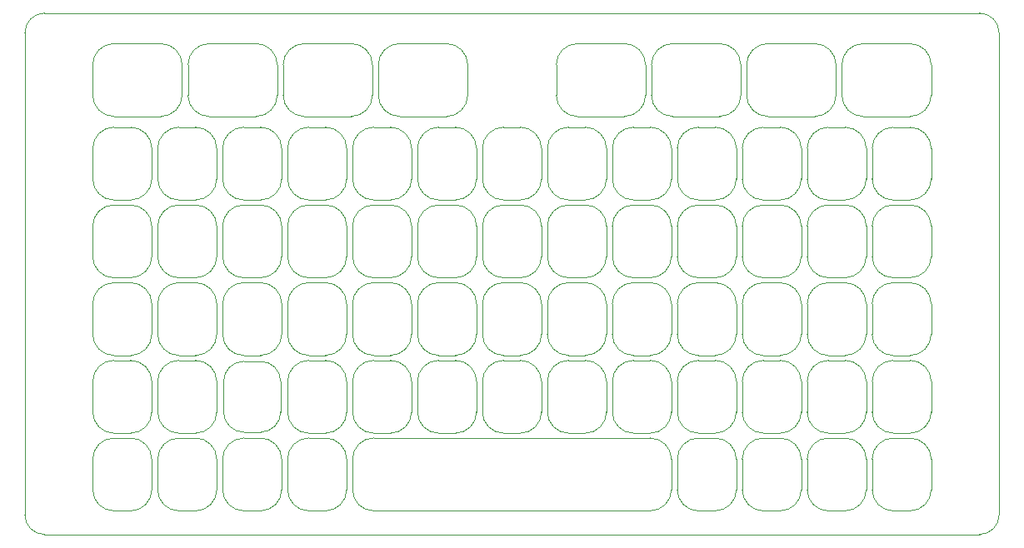
<source format=gtp>
G04*
G04 #@! TF.GenerationSoftware,Altium Limited,Altium Designer,24.2.2 (26)*
G04*
G04 Layer_Color=8421504*
%FSLAX25Y25*%
%MOIN*%
G70*
G04*
G04 #@! TF.SameCoordinates,661FBD00-BEF8-4439-B900-685B4A6DAB74*
G04*
G04*
G04 #@! TF.FilePolarity,Positive*
G04*
G01*
G75*
%ADD10C,0.00394*%
D10*
X40138Y-116732D02*
G03*
X48602Y-125197I8465J-0D01*
G01*
X40138Y-147835D02*
G03*
X48602Y-156299I8465J-0D01*
G01*
X66122Y-116732D02*
G03*
X74587Y-125197I8465J-0D01*
G01*
X55295D02*
G03*
X63760Y-116732I-0J8465D01*
G01*
X48602Y-127165D02*
G03*
X40138Y-135630I0J-8465D01*
G01*
X66122Y-147835D02*
G03*
X74587Y-156299I8465J-0D01*
G01*
Y-127165D02*
G03*
X66122Y-135630I0J-8465D01*
G01*
X63760D02*
G03*
X55295Y-127165I-8465J0D01*
G01*
Y-156299D02*
G03*
X63760Y-147835I-0J8465D01*
G01*
X48602Y-96063D02*
G03*
X40138Y-104528I0J-8465D01*
G01*
Y-85630D02*
G03*
X48602Y-94095I8465J0D01*
G01*
X55295D02*
G03*
X63760Y-85630I0J8465D01*
G01*
X74587Y-96063D02*
G03*
X66122Y-104528I0J-8465D01*
G01*
X63760D02*
G03*
X55295Y-96063I-8465J0D01*
G01*
X66122Y-85630D02*
G03*
X74587Y-94095I8465J0D01*
G01*
X89744Y-135630D02*
G03*
X81279Y-127165I-8465J0D01*
G01*
X81279Y-94095D02*
G03*
X89744Y-85630I0J8465D01*
G01*
X81279Y-125197D02*
G03*
X89744Y-116732I-0J8465D01*
G01*
X81279Y-156299D02*
G03*
X89744Y-147835I-0J8465D01*
G01*
Y-104528D02*
G03*
X81279Y-96063I-8465J0D01*
G01*
X89744Y-42323D02*
G03*
X81279Y-33858I-8465J0D01*
G01*
X63760Y-42323D02*
G03*
X55295Y-33858I-8465J0D01*
G01*
X48602D02*
G03*
X40138Y-42323I0J-8465D01*
G01*
X37776Y-42323D02*
G03*
X29311Y-33858I-8465J0D01*
G01*
X74587D02*
G03*
X66122Y-42323I0J-8465D01*
G01*
X37776Y-73425D02*
G03*
X29311Y-64961I-8465J-0D01*
G01*
X89744Y-73425D02*
G03*
X81279Y-64961I-8465J0D01*
G01*
X40138Y-54528D02*
G03*
X48602Y-62992I8465J0D01*
G01*
X55295D02*
G03*
X63760Y-54528I0J8465D01*
G01*
X48602Y-64961D02*
G03*
X40138Y-73425I0J-8465D01*
G01*
X29311Y-62992D02*
G03*
X37776Y-54528I0J8465D01*
G01*
X63760Y-73425D02*
G03*
X55295Y-64961I-8465J0D01*
G01*
X74587D02*
G03*
X66122Y-73425I0J-8465D01*
G01*
Y-54528D02*
G03*
X74587Y-62992I8465J0D01*
G01*
X81279D02*
G03*
X89744Y-54528I0J8465D01*
G01*
X29311Y-125197D02*
G03*
X37776Y-116732I0J8465D01*
G01*
Y-104528D02*
G03*
X29311Y-96063I-8465J0D01*
G01*
Y-156299D02*
G03*
X37776Y-147835I0J8465D01*
G01*
X29311Y-94095D02*
G03*
X37776Y-85630I0J8465D01*
G01*
Y-135630D02*
G03*
X29311Y-127165I-8465J0D01*
G01*
X14153Y-147835D02*
G03*
X22618Y-156299I8465J0D01*
G01*
Y-127165D02*
G03*
X14153Y-135630I0J-8465D01*
G01*
X22618Y-96063D02*
G03*
X14153Y-104528I0J-8465D01*
G01*
Y-85630D02*
G03*
X22618Y-94095I8465J0D01*
G01*
X14153Y-116732D02*
G03*
X22618Y-125197I8465J0D01*
G01*
Y-33858D02*
G03*
X14153Y-42323I0J-8465D01*
G01*
Y-54528D02*
G03*
X22618Y-62992I8465J0D01*
G01*
Y-64961D02*
G03*
X14153Y-73425I-0J-8465D01*
G01*
X-37815Y-85630D02*
G03*
X-29350Y-94095I8465J0D01*
G01*
Y-96063D02*
G03*
X-37815Y-104528I0J-8465D01*
G01*
Y-116732D02*
G03*
X-29350Y-125197I8465J0D01*
G01*
X-159272Y-64961D02*
G03*
X-167736Y-73425I-0J-8465D01*
G01*
Y-54528D02*
G03*
X-159272Y-62992I8465J0D01*
G01*
X-167736Y-85630D02*
G03*
X-159272Y-94095I8465J0D01*
G01*
X-152579Y-94095D02*
G03*
X-144114Y-85630I0J8465D01*
G01*
X-89784Y-116732D02*
G03*
X-81319Y-125197I8465J-0D01*
G01*
X-89784Y-85630D02*
G03*
X-81319Y-94095I8465J0D01*
G01*
X-81319Y-96063D02*
G03*
X-89784Y-104528I0J-8465D01*
G01*
X-92146D02*
G03*
X-100610Y-96063I-8465J0D01*
G01*
Y-125197D02*
G03*
X-92146Y-116732I0J8465D01*
G01*
X-100610Y-94095D02*
G03*
X-92146Y-85630I0J8465D01*
G01*
X-11831Y-54528D02*
G03*
X-3366Y-62992I8465J0D01*
G01*
Y-64961D02*
G03*
X-11831Y-73425I-0J-8465D01*
G01*
X-3366Y-96063D02*
G03*
X-11831Y-104528I0J-8465D01*
G01*
Y-116732D02*
G03*
X-3366Y-125197I8465J0D01*
G01*
X-11831Y-85630D02*
G03*
X-3366Y-94095I8465J0D01*
G01*
X-22658Y-125197D02*
G03*
X-14193Y-116732I0J8465D01*
G01*
X-22658Y-94095D02*
G03*
X-14193Y-85630I0J8465D01*
G01*
Y-104528D02*
G03*
X-22658Y-96063I-8465J0D01*
G01*
X-144114Y-104528D02*
G03*
X-152579Y-96063I-8465J0D01*
G01*
X-167736Y-116732D02*
G03*
X-159272Y-125197I8465J0D01*
G01*
Y-96063D02*
G03*
X-167736Y-104528I0J-8465D01*
G01*
X-152579Y-125197D02*
G03*
X-144114Y-116732I0J8465D01*
G01*
X-100610Y-62992D02*
G03*
X-92146Y-54528I0J8465D01*
G01*
X-81319Y-64961D02*
G03*
X-89784Y-73425I0J-8465D01*
G01*
X-92146Y-73425D02*
G03*
X-100610Y-64961I-8465J-0D01*
G01*
X-89784Y-54528D02*
G03*
X-81319Y-62992I8465J0D01*
G01*
X-141752Y-116732D02*
G03*
X-133287Y-125197I8465J0D01*
G01*
X-115768Y-85630D02*
G03*
X-107303Y-94095I8465J0D01*
G01*
X-126594D02*
G03*
X-118130Y-85630I0J8465D01*
G01*
X-141752Y-85630D02*
G03*
X-133287Y-94095I8465J0D01*
G01*
X-107303Y-96063D02*
G03*
X-115768Y-104528I0J-8465D01*
G01*
X-133287Y-96063D02*
G03*
X-141752Y-104528I0J-8465D01*
G01*
X-126594Y-125197D02*
G03*
X-118130Y-116732I0J8465D01*
G01*
Y-104528D02*
G03*
X-126594Y-96063I-8465J0D01*
G01*
X-115768Y-116732D02*
G03*
X-107303Y-125197I8465J0D01*
G01*
X-126594Y-62992D02*
G03*
X-118130Y-54528I0J8465D01*
G01*
Y-73425D02*
G03*
X-126594Y-64961I-8465J-0D01*
G01*
X-133287D02*
G03*
X-141752Y-73425I-0J-8465D01*
G01*
X-144114D02*
G03*
X-152579Y-64961I-8465J-0D01*
G01*
Y-62992D02*
G03*
X-144114Y-54528I0J8465D01*
G01*
X-107303Y-64961D02*
G03*
X-115768Y-73425I-0J-8465D01*
G01*
X-141752Y-54528D02*
G03*
X-133287Y-62992I8465J0D01*
G01*
X-115768Y-54528D02*
G03*
X-107303Y-62992I8465J0D01*
G01*
X-48642Y-62992D02*
G03*
X-40177Y-54528I0J8465D01*
G01*
Y-73425D02*
G03*
X-48642Y-64961I-8465J0D01*
G01*
X-37815Y-54528D02*
G03*
X-29350Y-62992I8465J0D01*
G01*
X-14193Y-73425D02*
G03*
X-22658Y-64961I-8465J-0D01*
G01*
Y-62992D02*
G03*
X-14193Y-54528I0J8465D01*
G01*
X-29350Y-64961D02*
G03*
X-37815Y-73425I-0J-8465D01*
G01*
X-63799Y-116732D02*
G03*
X-55335Y-125197I8465J-0D01*
G01*
X-74626D02*
G03*
X-66161Y-116732I-0J8465D01*
G01*
X-40177Y-104528D02*
G03*
X-48642Y-96063I-8465J0D01*
G01*
X-55335D02*
G03*
X-63799Y-104528I0J-8465D01*
G01*
X-66161Y-104528D02*
G03*
X-74626Y-96063I-8465J0D01*
G01*
X-48642Y-94095D02*
G03*
X-40177Y-85630I0J8465D01*
G01*
X-48642Y-125197D02*
G03*
X-40177Y-116732I-0J8465D01*
G01*
X-55335Y-64961D02*
G03*
X-63799Y-73425I0J-8465D01*
G01*
X-74626Y-94095D02*
G03*
X-66161Y-85630I0J8465D01*
G01*
X-74626Y-62992D02*
G03*
X-66161Y-54528I0J8465D01*
G01*
Y-73425D02*
G03*
X-74626Y-64961I-8465J0D01*
G01*
X-63799Y-85630D02*
G03*
X-55335Y-94095I8465J0D01*
G01*
X-63799Y-54528D02*
G03*
X-55335Y-62992I8465J0D01*
G01*
X3327Y-94095D02*
G03*
X11791Y-85630I0J8465D01*
G01*
X3327Y-62992D02*
G03*
X11791Y-54528I0J8465D01*
G01*
Y-73425D02*
G03*
X3327Y-64961I-8465J-0D01*
G01*
X3327Y-125197D02*
G03*
X11791Y-116732I0J8465D01*
G01*
Y-104528D02*
G03*
X3327Y-96063I-8465J0D01*
G01*
X-92146Y-166732D02*
G03*
X-100610Y-158268I-8465J0D01*
G01*
X-55335D02*
G03*
X-63799Y-166732I0J-8465D01*
G01*
X-107303Y-158268D02*
G03*
X-115768Y-166732I0J-8465D01*
G01*
X-66161Y-166732D02*
G03*
X-74626Y-158268I-8465J0D01*
G01*
X-81319Y-158268D02*
G03*
X-89784Y-166732I0J-8465D01*
G01*
X-66161Y-135630D02*
G03*
X-74626Y-127165I-8465J0D01*
G01*
X-40177Y-135630D02*
G03*
X-48642Y-127165I-8465J0D01*
G01*
X-55335D02*
G03*
X-63799Y-135630I0J-8465D01*
G01*
X-115374Y-147835D02*
G03*
X-107303Y-155905I8071J0D01*
G01*
Y-127559D02*
G03*
X-115374Y-135630I0J-8071D01*
G01*
X-89784Y-147835D02*
G03*
X-81319Y-156299I8465J-0D01*
G01*
X-100610Y-155905D02*
G03*
X-92539Y-147835I0J8071D01*
G01*
X-81319Y-127165D02*
G03*
X-89784Y-135630I0J-8465D01*
G01*
X-92539D02*
G03*
X-100610Y-127559I-8071J0D01*
G01*
X-118130Y-166732D02*
G03*
X-126594Y-158268I-8465J0D01*
G01*
X-133287D02*
G03*
X-141752Y-166732I0J-8465D01*
G01*
X-118130Y-135630D02*
G03*
X-126594Y-127165I-8465J0D01*
G01*
X-141752Y-147835D02*
G03*
X-133287Y-156299I8465J0D01*
G01*
Y-127165D02*
G03*
X-141752Y-135630I0J-8465D01*
G01*
X-126594Y-156299D02*
G03*
X-118130Y-147835I0J8465D01*
G01*
X-14193Y-135630D02*
G03*
X-22658Y-127165I-8465J0D01*
G01*
X-29350D02*
G03*
X-37815Y-135630I0J-8465D01*
G01*
X-3366Y-127165D02*
G03*
X-11831Y-135630I0J-8465D01*
G01*
X11791D02*
G03*
X3327Y-127165I-8465J0D01*
G01*
Y-156299D02*
G03*
X11791Y-147835I0J8465D01*
G01*
X-11831D02*
G03*
X-3366Y-156299I8465J0D01*
G01*
X-22658D02*
G03*
X-14193Y-147835I0J8465D01*
G01*
X-63799Y-147835D02*
G03*
X-55335Y-156299I8465J-0D01*
G01*
X-37815Y-147835D02*
G03*
X-29350Y-156299I8465J0D01*
G01*
X-48642D02*
G03*
X-40177Y-147835I-0J8465D01*
G01*
X-74626Y-156299D02*
G03*
X-66161Y-147835I-0J8465D01*
G01*
X141713Y-166732D02*
G03*
X133248Y-158268I-8465J0D01*
G01*
X126555D02*
G03*
X118091Y-166732I0J-8465D01*
G01*
X159232Y-156299D02*
G03*
X167697Y-147835I0J8465D01*
G01*
Y-135630D02*
G03*
X159232Y-127165I-8465J0D01*
G01*
Y-125197D02*
G03*
X167697Y-116732I0J8465D01*
G01*
X152539Y-158268D02*
G03*
X144075Y-166732I0J-8465D01*
G01*
X167697D02*
G03*
X159232Y-158268I-8465J0D01*
G01*
X74587D02*
G03*
X66122Y-166732I0J-8465D01*
G01*
X63760D02*
G03*
X55295Y-158268I-8465J0D01*
G01*
X115728Y-166732D02*
G03*
X107264Y-158268I-8465J0D01*
G01*
X100571D02*
G03*
X92106Y-166732I0J-8465D01*
G01*
X89744D02*
G03*
X81279Y-158268I-8465J0D01*
G01*
X55295Y-187402D02*
G03*
X63760Y-178937I-0J8465D01*
G01*
X159232Y-187402D02*
G03*
X167697Y-178937I0J8465D01*
G01*
X144075D02*
G03*
X152539Y-187402I8465J0D01*
G01*
X66122Y-178937D02*
G03*
X74587Y-187402I8465J-0D01*
G01*
X-74626D02*
G03*
X-66161Y-178937I-0J8465D01*
G01*
X-63799Y-178937D02*
G03*
X-55335Y-187402I8465J-0D01*
G01*
X-159272Y-158268D02*
G03*
X-167736Y-166732I0J-8465D01*
G01*
Y-178937D02*
G03*
X-159272Y-187402I8465J0D01*
G01*
X-141752Y-178937D02*
G03*
X-133287Y-187402I8465J0D01*
G01*
X-152579D02*
G03*
X-144114Y-178937I0J8465D01*
G01*
X-126594Y-187402D02*
G03*
X-118130Y-178937I0J8465D01*
G01*
X-144114Y-166732D02*
G03*
X-152579Y-158268I-8465J0D01*
G01*
X81279Y-187402D02*
G03*
X89744Y-178937I-0J8465D01*
G01*
X92106D02*
G03*
X100571Y-187402I8465J0D01*
G01*
X107264D02*
G03*
X115728Y-178937I0J8465D01*
G01*
X133248Y-187402D02*
G03*
X141713Y-178937I0J8465D01*
G01*
X118091D02*
G03*
X126555Y-187402I8465J0D01*
G01*
X159232Y-62992D02*
G03*
X167697Y-54528I0J8465D01*
G01*
Y-104528D02*
G03*
X159232Y-96063I-8465J0D01*
G01*
X159232Y-94095D02*
G03*
X167697Y-85630I0J8465D01*
G01*
Y-73425D02*
G03*
X159232Y-64961I-8465J-0D01*
G01*
X-159272Y-127165D02*
G03*
X-167736Y-135630I0J-8465D01*
G01*
X-152579Y-156299D02*
G03*
X-144114Y-147835I0J8465D01*
G01*
X-167736D02*
G03*
X-159272Y-156299I8465J0D01*
G01*
X-144114Y-135630D02*
G03*
X-152579Y-127165I-8465J0D01*
G01*
X-100610Y-187402D02*
G03*
X-92146Y-178937I0J8465D01*
G01*
X-89784D02*
G03*
X-81319Y-187402I8465J-0D01*
G01*
X-115768Y-178937D02*
G03*
X-107303Y-187402I8465J0D01*
G01*
X115728Y-135630D02*
G03*
X107264Y-127165I-8465J0D01*
G01*
Y-125197D02*
G03*
X115728Y-116732I0J8465D01*
G01*
X92106Y-147835D02*
G03*
X100571Y-156299I8465J0D01*
G01*
X92106Y-116732D02*
G03*
X100571Y-125197I8465J0D01*
G01*
Y-127165D02*
G03*
X92106Y-135630I0J-8465D01*
G01*
X107264Y-156299D02*
G03*
X115728Y-147835I0J8465D01*
G01*
X107264Y-94095D02*
G03*
X115728Y-85630I0J8465D01*
G01*
X115728Y-104528D02*
G03*
X107264Y-96063I-8465J0D01*
G01*
X100571D02*
G03*
X92106Y-104528I0J-8465D01*
G01*
X92106Y-85630D02*
G03*
X100571Y-94095I8465J0D01*
G01*
X118090Y-85630D02*
G03*
X126555Y-94095I8465J0D01*
G01*
Y-127165D02*
G03*
X118091Y-135630I0J-8465D01*
G01*
Y-147835D02*
G03*
X126555Y-156299I8465J0D01*
G01*
Y-96063D02*
G03*
X118091Y-104528I0J-8465D01*
G01*
Y-116732D02*
G03*
X126555Y-125197I8465J0D01*
G01*
X115728Y-42323D02*
G03*
X107264Y-33858I-8465J0D01*
G01*
X100571D02*
G03*
X92106Y-42323I0J-8465D01*
G01*
X92106Y-54528D02*
G03*
X100571Y-62992I8465J0D01*
G01*
X126555Y-64961D02*
G03*
X118090Y-73425I-0J-8465D01*
G01*
Y-54528D02*
G03*
X126555Y-62992I8465J0D01*
G01*
Y-33858D02*
G03*
X118091Y-42323I0J-8465D01*
G01*
X100571Y-64961D02*
G03*
X92106Y-73425I-0J-8465D01*
G01*
X115728D02*
G03*
X107264Y-64961I-8465J-0D01*
G01*
Y-62992D02*
G03*
X115728Y-54528I0J8465D01*
G01*
X133248Y-94095D02*
G03*
X141713Y-85630I0J8465D01*
G01*
X133248Y-156299D02*
G03*
X141713Y-147835I0J8465D01*
G01*
Y-135630D02*
G03*
X133248Y-127165I-8465J0D01*
G01*
X141713Y-104528D02*
G03*
X133248Y-96063I-8465J0D01*
G01*
Y-125197D02*
G03*
X141713Y-116732I0J8465D01*
G01*
X152539Y-33858D02*
G03*
X144075Y-42323I0J-8465D01*
G01*
X133248Y-62992D02*
G03*
X141713Y-54528I0J8465D01*
G01*
Y-73425D02*
G03*
X133248Y-64961I-8465J-0D01*
G01*
X141713Y-42323D02*
G03*
X133248Y-33858I-8465J0D01*
G01*
X152539Y-64961D02*
G03*
X144075Y-73425I-0J-8465D01*
G01*
Y-54528D02*
G03*
X152539Y-62992I8465J0D01*
G01*
X144075Y-85630D02*
G03*
X152539Y-94095I8465J0D01*
G01*
Y-96063D02*
G03*
X144075Y-104528I0J-8465D01*
G01*
Y-116732D02*
G03*
X152539Y-125197I8465J0D01*
G01*
X144075Y-147835D02*
G03*
X152539Y-156299I8465J0D01*
G01*
Y-127165D02*
G03*
X144075Y-135630I0J-8465D01*
G01*
X-140472Y-29528D02*
G03*
X-132008Y-21063I0J8465D01*
G01*
X-129646D02*
G03*
X-121181Y-29528I8465J0D01*
G01*
X-167736Y-21063D02*
G03*
X-159272Y-29528I8465J0D01*
G01*
X-26217D02*
G03*
X-17736Y-21063I16J8465D01*
G01*
X-53465Y-21063D02*
G03*
X-45000Y-29528I8465J0D01*
G01*
X26177Y-394D02*
G03*
X17697Y-8858I-16J-8465D01*
G01*
Y-21063D02*
G03*
X26162Y-29528I8465J0D01*
G01*
X-83091Y-394D02*
G03*
X-91555Y-8858I-0J-8465D01*
G01*
X-93917D02*
G03*
X-102382Y-394I-8465J-0D01*
G01*
X-55827Y-8858D02*
G03*
X-64291Y-394I-8465J-0D01*
G01*
X-121181D02*
G03*
X-129646Y-8858I-0J-8465D01*
G01*
X-132008D02*
G03*
X-140472Y-394I-8465J-0D01*
G01*
X-45015Y-394D02*
G03*
X-53465Y-8858I15J-8465D01*
G01*
X-159272Y-394D02*
G03*
X-167736Y-8858I-0J-8465D01*
G01*
X-17736Y-8858D02*
G03*
X-26201Y-394I-8465J0D01*
G01*
X-29350Y-33858D02*
G03*
X-37815Y-42323I0J-8465D01*
G01*
X-40177Y-42323D02*
G03*
X-48642Y-33858I-8465J0D01*
G01*
X-3366D02*
G03*
X-11831Y-42323I0J-8465D01*
G01*
X11791D02*
G03*
X3327Y-33858I-8465J0D01*
G01*
X-14193Y-42323D02*
G03*
X-22658Y-33858I-8465J0D01*
G01*
X53425Y-8858D02*
G03*
X44961Y-394I-8465J-0D01*
G01*
X44976Y-29528D02*
G03*
X53425Y-21063I-15J8465D01*
G01*
X55787D02*
G03*
X64252Y-29528I8465J0D01*
G01*
X91516Y-8858D02*
G03*
X83051Y-394I-8465J-0D01*
G01*
X64252D02*
G03*
X55787Y-8858I-0J-8465D01*
G01*
X83051Y-29528D02*
G03*
X91516Y-21063I0J8465D01*
G01*
X-81319Y-33858D02*
G03*
X-89784Y-42323I0J-8465D01*
G01*
X-66161Y-42323D02*
G03*
X-74626Y-33858I-8465J0D01*
G01*
X-55335D02*
G03*
X-63799Y-42323I0J-8465D01*
G01*
X-64291Y-29528D02*
G03*
X-55827Y-21063I0J8465D01*
G01*
X-92146Y-42323D02*
G03*
X-100610Y-33858I-8465J0D01*
G01*
X-102382Y-29528D02*
G03*
X-93917Y-21063I0J8465D01*
G01*
X-91555D02*
G03*
X-83091Y-29528I8465J0D01*
G01*
X121142D02*
G03*
X129606Y-21063I0J8465D01*
G01*
X93878D02*
G03*
X102342Y-29528I8465J0D01*
G01*
X140433Y-394D02*
G03*
X131968Y-8858I-0J-8465D01*
G01*
X131968Y-21063D02*
G03*
X140433Y-29528I8465J0D01*
G01*
X102342Y-394D02*
G03*
X93878Y-8858I-0J-8465D01*
G01*
X129606D02*
G03*
X121142Y-394I-8465J-0D01*
G01*
X159232Y-29528D02*
G03*
X167697Y-21063I0J8465D01*
G01*
X167697Y-8858D02*
G03*
X159232Y-394I-8465J-0D01*
G01*
X167697Y-42323D02*
G03*
X159232Y-33858I-8465J0D01*
G01*
X-107303D02*
G03*
X-115768Y-42323I0J-8465D01*
G01*
X-133287Y-33858D02*
G03*
X-141752Y-42323I0J-8465D01*
G01*
X-144114D02*
G03*
X-152579Y-33858I-8465J0D01*
G01*
X-159272D02*
G03*
X-167736Y-42323I0J-8465D01*
G01*
X-118130D02*
G03*
X-126594Y-33858I-8465J0D01*
G01*
X-194883Y-188976D02*
G03*
X-187008Y-196851I7875J0D01*
G01*
X187008D02*
G03*
X194883Y-188976I0J7875D01*
G01*
Y3937D02*
G03*
X187008Y11812I-7875J0D01*
G01*
X-187008D02*
G03*
X-194883Y3937I0J-7875D01*
G01*
X40138Y-147835D02*
Y-135630D01*
X74587Y-125197D02*
X81279D01*
X48602D02*
X55295D01*
X74587Y-156299D02*
X81279D01*
X74587Y-127165D02*
X81279D01*
X48602D02*
X55295D01*
X48602Y-156299D02*
X55295D01*
X63760Y-147835D02*
Y-135630D01*
X66122Y-147835D02*
Y-135630D01*
X40138Y-116732D02*
Y-104528D01*
X48602Y-96063D02*
X55295D01*
X40138Y-85630D02*
Y-73425D01*
X37776Y-85630D02*
Y-73425D01*
X48602Y-94095D02*
X55295D01*
X37776Y-116732D02*
Y-104528D01*
X74587Y-94095D02*
X81279D01*
X63760Y-116732D02*
Y-104528D01*
Y-85630D02*
Y-73425D01*
X66122Y-85630D02*
Y-73425D01*
X74587Y-96063D02*
X81279D01*
X66122Y-116732D02*
Y-104528D01*
X92106Y-147835D02*
Y-135630D01*
X89744Y-116732D02*
Y-104528D01*
Y-147835D02*
Y-135630D01*
Y-85630D02*
Y-73425D01*
X92106Y-85630D02*
Y-73425D01*
Y-116732D02*
Y-104528D01*
X40138Y-54528D02*
Y-42323D01*
X66122Y-54528D02*
Y-42323D01*
X89744Y-54528D02*
Y-42323D01*
X37776Y-54528D02*
Y-42323D01*
X63760Y-54528D02*
Y-42323D01*
X48602Y-33858D02*
X55295D01*
X22618D02*
X29311D01*
X74587D02*
X81279D01*
X22618Y-62992D02*
X29311D01*
X48602Y-64961D02*
X55295D01*
X74587Y-62992D02*
X81279D01*
X48602D02*
X55295D01*
X74587Y-64961D02*
X81279D01*
X22618D02*
X29311D01*
X22618Y-125197D02*
X29311D01*
X22618Y-94095D02*
X29311D01*
X22618Y-127165D02*
X29311D01*
X22618Y-96063D02*
X29311D01*
X22618Y-156299D02*
X29311D01*
X37776Y-147835D02*
Y-135630D01*
X14153Y-54528D02*
Y-42323D01*
Y-116732D02*
Y-104528D01*
Y-147835D02*
Y-135630D01*
Y-85630D02*
Y-73425D01*
X-37815Y-85630D02*
Y-73425D01*
X-40177Y-85630D02*
Y-73425D01*
X-29350Y-94095D02*
X-22658D01*
X-29350Y-96063D02*
X-22658D01*
X-37815Y-116732D02*
Y-104528D01*
X-29350Y-125197D02*
X-22658D01*
X-40177Y-116732D02*
Y-104528D01*
X-159272Y-64961D02*
X-152579D01*
X-159272Y-94095D02*
X-152579D01*
X-159272Y-62992D02*
X-152579D01*
X-167736Y-85630D02*
Y-73425D01*
X-107303Y-94095D02*
X-100610D01*
X-92146Y-116732D02*
Y-104528D01*
X-107303Y-96063D02*
X-100610D01*
X-89784Y-116732D02*
Y-104528D01*
X-107303Y-125197D02*
X-100610D01*
X-11831Y-116732D02*
Y-104528D01*
Y-85630D02*
Y-73425D01*
X-14193Y-85630D02*
Y-73425D01*
Y-116732D02*
Y-104528D01*
X-159272Y-96063D02*
X-152579D01*
X-167736Y-116732D02*
Y-104528D01*
X-159272Y-125197D02*
X-152579D01*
X-144114Y-116732D02*
Y-104528D01*
X-107303Y-64961D02*
X-100610D01*
X-92146Y-85630D02*
Y-73425D01*
X-89784Y-85630D02*
Y-73425D01*
X-107303Y-62992D02*
X-100610D01*
X-133287Y-96063D02*
X-126594D01*
X-133287Y-125197D02*
X-126594D01*
X-141752Y-116732D02*
Y-104528D01*
X-118130Y-116732D02*
Y-104528D01*
X-115768Y-116732D02*
Y-104528D01*
X-133287Y-94095D02*
X-126594D01*
X-115768Y-85630D02*
Y-73425D01*
X-133287Y-62992D02*
X-126594D01*
X-118130Y-85630D02*
Y-73425D01*
X-144114Y-85630D02*
Y-73425D01*
X-133287Y-64961D02*
X-126594D01*
X-141752Y-85630D02*
Y-73425D01*
X-55335Y-62992D02*
X-48642D01*
X-29350D02*
X-22658D01*
X-29350Y-64961D02*
X-22658D01*
X-55335D02*
X-48642D01*
X-63799Y-116732D02*
Y-104528D01*
X-81319Y-96063D02*
X-74626D01*
X-55335D02*
X-48642D01*
X-55335Y-94095D02*
X-48642D01*
X-81319Y-125197D02*
X-74626D01*
X-55335D02*
X-48642D01*
X-66161Y-116732D02*
Y-104528D01*
X-81319Y-62992D02*
X-74626D01*
X-81319Y-64961D02*
X-74626D01*
X-81319Y-94095D02*
X-74626D01*
X-63799Y-85630D02*
Y-73425D01*
X-66161Y-85630D02*
Y-73425D01*
X-3366Y-125197D02*
X3327D01*
X11791Y-116732D02*
Y-104528D01*
X-3366Y-96063D02*
X3327D01*
X-3366Y-94095D02*
X3327D01*
X-3366Y-62992D02*
X3327D01*
X-3366Y-64961D02*
X3327D01*
X11791Y-85630D02*
Y-73425D01*
X-81319Y-156299D02*
X-74626D01*
X-81319Y-158268D02*
X-74626D01*
X-89784Y-178937D02*
Y-166732D01*
X-107303Y-158268D02*
X-100610D01*
X-63799Y-178937D02*
Y-166732D01*
X-92146Y-178937D02*
Y-166732D01*
X-115768Y-178937D02*
Y-166732D01*
X-66161Y-178937D02*
Y-166732D01*
X-81319Y-127165D02*
X-74626D01*
X-40177Y-147835D02*
Y-135630D01*
X-63799Y-147835D02*
Y-135630D01*
X-66161Y-147835D02*
Y-135630D01*
X-55335Y-127165D02*
X-48642D01*
X-115374Y-147835D02*
Y-135630D01*
X-107303Y-127559D02*
X-100610D01*
X-107303Y-155905D02*
X-100610D01*
X-89784Y-147835D02*
Y-135630D01*
X-92539Y-147835D02*
Y-135630D01*
X-133287Y-158268D02*
X-126594D01*
X-133287Y-127165D02*
X-126594D01*
X-141752Y-178937D02*
Y-166732D01*
X-118130Y-178937D02*
Y-166732D01*
X-141752Y-147835D02*
Y-135630D01*
X-144114Y-178937D02*
Y-166732D01*
X-118130Y-147835D02*
Y-135630D01*
X-144114Y-147835D02*
Y-135630D01*
X-133287Y-156299D02*
X-126594D01*
X-37815Y-147835D02*
Y-135630D01*
X-29350Y-127165D02*
X-22658D01*
X-3366D02*
X3327D01*
X11791Y-147835D02*
Y-135630D01*
X-11831Y-147835D02*
Y-135630D01*
X-14193Y-147835D02*
Y-135630D01*
X-55335Y-158268D02*
X55295D01*
X-3366Y-156299D02*
X3327D01*
X-29350D02*
X-22658D01*
X-55335D02*
X-48642D01*
X141713Y-178937D02*
Y-166732D01*
X118091Y-178937D02*
Y-166732D01*
X167697Y-147835D02*
Y-135630D01*
X144075Y-178937D02*
Y-166732D01*
X152539Y-158268D02*
X159232D01*
X126555D02*
X133248D01*
X167697Y-178937D02*
Y-166732D01*
X74587Y-158268D02*
X81279D01*
X100571D02*
X107264D01*
X66122Y-178937D02*
Y-166732D01*
X89744Y-178937D02*
Y-166732D01*
X92106Y-178937D02*
Y-166732D01*
X63760Y-178937D02*
Y-166732D01*
X115728Y-178937D02*
Y-166732D01*
X74587Y-187402D02*
X81279D01*
X167697Y-116732D02*
Y-104528D01*
X152539Y-187402D02*
X159232D01*
X-55335D02*
X55295D01*
X-81319D02*
X-74626D01*
X-133287D02*
X-126594D01*
X-159272Y-158268D02*
X-152579D01*
X-167736Y-178937D02*
Y-166732D01*
X-159272Y-187402D02*
X-152579D01*
X100571D02*
X107264D01*
X126555D02*
X133248D01*
X167697Y-85630D02*
Y-73425D01*
X-159272Y-156299D02*
X-152579D01*
X-159272Y-127165D02*
X-152579D01*
X-167736Y-147835D02*
Y-135630D01*
X-107303Y-187402D02*
X-100610D01*
X100571Y-127165D02*
X107264D01*
X100571Y-125197D02*
X107264D01*
X100571Y-156299D02*
X107264D01*
X126555Y-96063D02*
X133248D01*
X126555Y-94095D02*
X133248D01*
X126555Y-125197D02*
X133248D01*
X126555Y-127165D02*
X133248D01*
X126555Y-156299D02*
X133248D01*
X100571Y-96063D02*
X107264D01*
X100571Y-94095D02*
X107264D01*
X118091Y-85630D02*
Y-73425D01*
X115728Y-116732D02*
Y-104528D01*
X118091Y-147835D02*
Y-135630D01*
Y-116732D02*
Y-104528D01*
X115728Y-147835D02*
Y-135630D01*
Y-85630D02*
Y-73425D01*
X100571Y-64961D02*
X107264D01*
X118091Y-54528D02*
Y-42323D01*
X100571Y-33858D02*
X107264D01*
X115728Y-54528D02*
Y-42323D01*
X100571Y-62992D02*
X107264D01*
X92106Y-54528D02*
Y-42323D01*
X141713Y-116732D02*
Y-104528D01*
Y-85630D02*
Y-73425D01*
X144075Y-116732D02*
Y-104528D01*
Y-85630D02*
Y-73425D01*
Y-147835D02*
Y-135630D01*
X141713Y-147835D02*
Y-135630D01*
X126555Y-33858D02*
X133248D01*
X126555Y-62992D02*
X133248D01*
X152539D02*
X159232D01*
X126555Y-64961D02*
X133248D01*
X141713Y-54528D02*
Y-42323D01*
X152539Y-33858D02*
X159232D01*
X144075Y-54528D02*
Y-42323D01*
X152539Y-64961D02*
X159232D01*
X152539Y-156299D02*
X159232D01*
X152539Y-125197D02*
X159232D01*
X152539Y-96063D02*
X159232D01*
X152539Y-127165D02*
X159232D01*
X152539Y-94095D02*
X159232D01*
X-132008Y-21063D02*
Y-8858D01*
X-167736Y-21063D02*
Y-8858D01*
X-129646Y-21063D02*
Y-8858D01*
X-89784Y-54528D02*
Y-42323D01*
X-167736Y-54528D02*
Y-42323D01*
X-144114Y-54528D02*
Y-42323D01*
X-141752Y-54528D02*
Y-42323D01*
X-115768Y-54528D02*
Y-42323D01*
X-92146Y-54528D02*
Y-42323D01*
X-63799Y-54528D02*
Y-42323D01*
X-66161Y-54528D02*
Y-42323D01*
X-118130Y-54528D02*
Y-42323D01*
X-53465Y-21063D02*
Y-8858D01*
X-17736Y-21063D02*
Y-8858D01*
X-45000Y-29528D02*
X-26217D01*
X26162D02*
X44976Y-29528D01*
X26177Y-394D02*
X44961D01*
X17697Y-21063D02*
Y-8858D01*
X-83091Y-394D02*
X-64291D01*
X-45015Y-394D02*
X-26201Y-394D01*
X-121181D02*
X-102382D01*
X-159272D02*
X-140472D01*
X-55335Y-33858D02*
X-48642D01*
X-37815Y-54528D02*
Y-42323D01*
X-40177Y-54528D02*
Y-42323D01*
X-29350Y-33858D02*
X-22658D01*
X11791Y-54528D02*
Y-42323D01*
X-3366Y-33858D02*
X3327D01*
X-14193Y-54528D02*
Y-42323D01*
X-11831Y-54528D02*
Y-42323D01*
X64252Y-29528D02*
X83051D01*
X64252Y-394D02*
X83051D01*
X55787Y-21063D02*
Y-8858D01*
X91516Y-21063D02*
Y-8858D01*
X53425Y-21063D02*
Y-8858D01*
X-55827Y-21063D02*
Y-8858D01*
X-93917Y-21063D02*
Y-8858D01*
X-83091Y-29528D02*
X-64291D01*
X-91555Y-21063D02*
Y-8858D01*
X-81319Y-33858D02*
X-74626D01*
X102342Y-29528D02*
X121142D01*
X102342Y-394D02*
X121142D01*
X129606Y-21063D02*
Y-8858D01*
X93878Y-21063D02*
Y-8858D01*
X131968Y-21063D02*
Y-8858D01*
X167697Y-54528D02*
Y-42323D01*
X140433Y-394D02*
X159232D01*
X167697Y-21063D02*
Y-8858D01*
X140433Y-29528D02*
X159232D01*
X-107303Y-33858D02*
X-100610D01*
X-159272D02*
X-152579D01*
X-121181Y-29528D02*
X-102382D01*
X-159272D02*
X-140472D01*
X-133287Y-33858D02*
X-126594D01*
X-194882Y-188977D02*
Y3938D01*
X-187009Y-196850D02*
X187009D01*
X194882Y-188977D02*
Y3937D01*
X-187009Y11811D02*
X187008D01*
M02*

</source>
